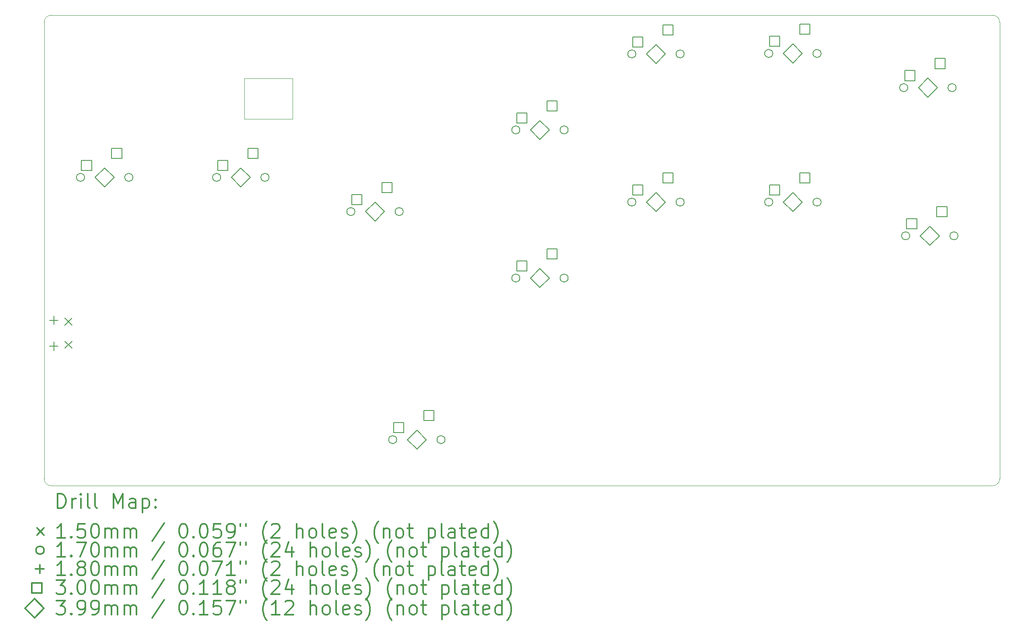
<source format=gbr>
%FSLAX45Y45*%
G04 Gerber Fmt 4.5, Leading zero omitted, Abs format (unit mm)*
G04 Created by KiCad (PCBNEW (5.1.9)-1) date 2021-09-13 12:18:12*
%MOMM*%
%LPD*%
G01*
G04 APERTURE LIST*
%TA.AperFunction,Profile*%
%ADD10C,0.100000*%
%TD*%
%TA.AperFunction,Profile*%
%ADD11C,0.050000*%
%TD*%
%ADD12C,0.200000*%
%ADD13C,0.300000*%
G04 APERTURE END LIST*
D10*
X10625000Y-4629000D02*
X10625000Y-5490000D01*
X9613000Y-4629000D02*
X10625000Y-4629000D01*
X9613000Y-5490000D02*
X9613000Y-4629000D01*
X10625000Y-5490000D02*
X9613000Y-5490000D01*
D11*
X25350000Y-3300000D02*
G75*
G02*
X25500000Y-3450000I0J-150000D01*
G01*
X25500000Y-13060000D02*
G75*
G02*
X25350000Y-13210000I-150000J0D01*
G01*
X5550000Y-13210000D02*
G75*
G02*
X5400000Y-13060000I0J150000D01*
G01*
X5400000Y-3450000D02*
G75*
G02*
X5550000Y-3300000I150000J0D01*
G01*
X5400000Y-13060000D02*
X5400000Y-3450000D01*
X25350000Y-13210000D02*
X5550000Y-13210000D01*
X25500000Y-3450000D02*
X25500000Y-13060000D01*
X5550000Y-3300000D02*
X25350000Y-3300000D01*
D12*
X5832000Y-9679500D02*
X5982000Y-9829500D01*
X5982000Y-9679500D02*
X5832000Y-9829500D01*
X5832000Y-10164500D02*
X5982000Y-10314500D01*
X5982000Y-10164500D02*
X5832000Y-10314500D01*
X6249090Y-6716000D02*
G75*
G03*
X6249090Y-6716000I-85090J0D01*
G01*
X7265090Y-6716000D02*
G75*
G03*
X7265090Y-6716000I-85090J0D01*
G01*
X9112590Y-6716000D02*
G75*
G03*
X9112590Y-6716000I-85090J0D01*
G01*
X10128590Y-6716000D02*
G75*
G03*
X10128590Y-6716000I-85090J0D01*
G01*
X11936090Y-7436000D02*
G75*
G03*
X11936090Y-7436000I-85090J0D01*
G01*
X12816090Y-12239000D02*
G75*
G03*
X12816090Y-12239000I-85090J0D01*
G01*
X12952090Y-7436000D02*
G75*
G03*
X12952090Y-7436000I-85090J0D01*
G01*
X13832090Y-12239000D02*
G75*
G03*
X13832090Y-12239000I-85090J0D01*
G01*
X15405590Y-5716000D02*
G75*
G03*
X15405590Y-5716000I-85090J0D01*
G01*
X15405590Y-8836000D02*
G75*
G03*
X15405590Y-8836000I-85090J0D01*
G01*
X16421590Y-5716000D02*
G75*
G03*
X16421590Y-5716000I-85090J0D01*
G01*
X16421590Y-8836000D02*
G75*
G03*
X16421590Y-8836000I-85090J0D01*
G01*
X17845590Y-4116000D02*
G75*
G03*
X17845590Y-4116000I-85090J0D01*
G01*
X17845590Y-7236000D02*
G75*
G03*
X17845590Y-7236000I-85090J0D01*
G01*
X18861590Y-4116000D02*
G75*
G03*
X18861590Y-4116000I-85090J0D01*
G01*
X18861590Y-7236000D02*
G75*
G03*
X18861590Y-7236000I-85090J0D01*
G01*
X20725590Y-4106000D02*
G75*
G03*
X20725590Y-4106000I-85090J0D01*
G01*
X20725590Y-7236000D02*
G75*
G03*
X20725590Y-7236000I-85090J0D01*
G01*
X21741590Y-4106000D02*
G75*
G03*
X21741590Y-4106000I-85090J0D01*
G01*
X21741590Y-7236000D02*
G75*
G03*
X21741590Y-7236000I-85090J0D01*
G01*
X23565590Y-4826000D02*
G75*
G03*
X23565590Y-4826000I-85090J0D01*
G01*
X23605590Y-7946000D02*
G75*
G03*
X23605590Y-7946000I-85090J0D01*
G01*
X24581590Y-4826000D02*
G75*
G03*
X24581590Y-4826000I-85090J0D01*
G01*
X24621590Y-7946000D02*
G75*
G03*
X24621590Y-7946000I-85090J0D01*
G01*
X5604000Y-9634500D02*
X5604000Y-9814500D01*
X5514000Y-9724500D02*
X5694000Y-9724500D01*
X5604000Y-10179500D02*
X5604000Y-10359500D01*
X5514000Y-10269500D02*
X5694000Y-10269500D01*
X6397067Y-6568067D02*
X6397067Y-6355933D01*
X6184933Y-6355933D01*
X6184933Y-6568067D01*
X6397067Y-6568067D01*
X7032067Y-6314067D02*
X7032067Y-6101933D01*
X6819933Y-6101933D01*
X6819933Y-6314067D01*
X7032067Y-6314067D01*
X9260567Y-6568067D02*
X9260567Y-6355933D01*
X9048433Y-6355933D01*
X9048433Y-6568067D01*
X9260567Y-6568067D01*
X9895567Y-6314067D02*
X9895567Y-6101933D01*
X9683433Y-6101933D01*
X9683433Y-6314067D01*
X9895567Y-6314067D01*
X12084067Y-7288067D02*
X12084067Y-7075933D01*
X11871933Y-7075933D01*
X11871933Y-7288067D01*
X12084067Y-7288067D01*
X12719067Y-7034067D02*
X12719067Y-6821933D01*
X12506933Y-6821933D01*
X12506933Y-7034067D01*
X12719067Y-7034067D01*
X12964067Y-12091067D02*
X12964067Y-11878933D01*
X12751933Y-11878933D01*
X12751933Y-12091067D01*
X12964067Y-12091067D01*
X13599067Y-11837067D02*
X13599067Y-11624933D01*
X13386933Y-11624933D01*
X13386933Y-11837067D01*
X13599067Y-11837067D01*
X15553567Y-5568067D02*
X15553567Y-5355933D01*
X15341433Y-5355933D01*
X15341433Y-5568067D01*
X15553567Y-5568067D01*
X15553567Y-8688067D02*
X15553567Y-8475933D01*
X15341433Y-8475933D01*
X15341433Y-8688067D01*
X15553567Y-8688067D01*
X16188567Y-5314067D02*
X16188567Y-5101933D01*
X15976433Y-5101933D01*
X15976433Y-5314067D01*
X16188567Y-5314067D01*
X16188567Y-8434067D02*
X16188567Y-8221933D01*
X15976433Y-8221933D01*
X15976433Y-8434067D01*
X16188567Y-8434067D01*
X17993567Y-3968067D02*
X17993567Y-3755933D01*
X17781433Y-3755933D01*
X17781433Y-3968067D01*
X17993567Y-3968067D01*
X17993567Y-7088067D02*
X17993567Y-6875933D01*
X17781433Y-6875933D01*
X17781433Y-7088067D01*
X17993567Y-7088067D01*
X18628567Y-3714067D02*
X18628567Y-3501933D01*
X18416433Y-3501933D01*
X18416433Y-3714067D01*
X18628567Y-3714067D01*
X18628567Y-6834067D02*
X18628567Y-6621933D01*
X18416433Y-6621933D01*
X18416433Y-6834067D01*
X18628567Y-6834067D01*
X20873567Y-3958067D02*
X20873567Y-3745933D01*
X20661433Y-3745933D01*
X20661433Y-3958067D01*
X20873567Y-3958067D01*
X20873567Y-7088067D02*
X20873567Y-6875933D01*
X20661433Y-6875933D01*
X20661433Y-7088067D01*
X20873567Y-7088067D01*
X21508567Y-3704067D02*
X21508567Y-3491933D01*
X21296433Y-3491933D01*
X21296433Y-3704067D01*
X21508567Y-3704067D01*
X21508567Y-6834067D02*
X21508567Y-6621933D01*
X21296433Y-6621933D01*
X21296433Y-6834067D01*
X21508567Y-6834067D01*
X23713567Y-4678067D02*
X23713567Y-4465933D01*
X23501433Y-4465933D01*
X23501433Y-4678067D01*
X23713567Y-4678067D01*
X23753567Y-7798067D02*
X23753567Y-7585933D01*
X23541433Y-7585933D01*
X23541433Y-7798067D01*
X23753567Y-7798067D01*
X24348567Y-4424067D02*
X24348567Y-4211933D01*
X24136433Y-4211933D01*
X24136433Y-4424067D01*
X24348567Y-4424067D01*
X24388567Y-7544067D02*
X24388567Y-7331933D01*
X24176433Y-7331933D01*
X24176433Y-7544067D01*
X24388567Y-7544067D01*
X6672000Y-6915390D02*
X6871390Y-6716000D01*
X6672000Y-6516610D01*
X6472610Y-6716000D01*
X6672000Y-6915390D01*
X9535500Y-6915390D02*
X9734890Y-6716000D01*
X9535500Y-6516610D01*
X9336110Y-6716000D01*
X9535500Y-6915390D01*
X12359000Y-7635390D02*
X12558390Y-7436000D01*
X12359000Y-7236610D01*
X12159610Y-7436000D01*
X12359000Y-7635390D01*
X13239000Y-12438390D02*
X13438390Y-12239000D01*
X13239000Y-12039610D01*
X13039610Y-12239000D01*
X13239000Y-12438390D01*
X15828500Y-5915390D02*
X16027890Y-5716000D01*
X15828500Y-5516610D01*
X15629110Y-5716000D01*
X15828500Y-5915390D01*
X15828500Y-9035390D02*
X16027890Y-8836000D01*
X15828500Y-8636610D01*
X15629110Y-8836000D01*
X15828500Y-9035390D01*
X18268500Y-4315390D02*
X18467890Y-4116000D01*
X18268500Y-3916610D01*
X18069110Y-4116000D01*
X18268500Y-4315390D01*
X18268500Y-7435390D02*
X18467890Y-7236000D01*
X18268500Y-7036610D01*
X18069110Y-7236000D01*
X18268500Y-7435390D01*
X21148500Y-4305390D02*
X21347890Y-4106000D01*
X21148500Y-3906610D01*
X20949110Y-4106000D01*
X21148500Y-4305390D01*
X21148500Y-7435390D02*
X21347890Y-7236000D01*
X21148500Y-7036610D01*
X20949110Y-7236000D01*
X21148500Y-7435390D01*
X23988500Y-5025390D02*
X24187890Y-4826000D01*
X23988500Y-4626610D01*
X23789110Y-4826000D01*
X23988500Y-5025390D01*
X24028500Y-8145390D02*
X24227890Y-7946000D01*
X24028500Y-7746610D01*
X23829110Y-7946000D01*
X24028500Y-8145390D01*
D13*
X5683928Y-13678214D02*
X5683928Y-13378214D01*
X5755357Y-13378214D01*
X5798214Y-13392500D01*
X5826786Y-13421071D01*
X5841071Y-13449643D01*
X5855357Y-13506786D01*
X5855357Y-13549643D01*
X5841071Y-13606786D01*
X5826786Y-13635357D01*
X5798214Y-13663929D01*
X5755357Y-13678214D01*
X5683928Y-13678214D01*
X5983928Y-13678214D02*
X5983928Y-13478214D01*
X5983928Y-13535357D02*
X5998214Y-13506786D01*
X6012500Y-13492500D01*
X6041071Y-13478214D01*
X6069643Y-13478214D01*
X6169643Y-13678214D02*
X6169643Y-13478214D01*
X6169643Y-13378214D02*
X6155357Y-13392500D01*
X6169643Y-13406786D01*
X6183928Y-13392500D01*
X6169643Y-13378214D01*
X6169643Y-13406786D01*
X6355357Y-13678214D02*
X6326786Y-13663929D01*
X6312500Y-13635357D01*
X6312500Y-13378214D01*
X6512500Y-13678214D02*
X6483928Y-13663929D01*
X6469643Y-13635357D01*
X6469643Y-13378214D01*
X6855357Y-13678214D02*
X6855357Y-13378214D01*
X6955357Y-13592500D01*
X7055357Y-13378214D01*
X7055357Y-13678214D01*
X7326786Y-13678214D02*
X7326786Y-13521071D01*
X7312500Y-13492500D01*
X7283928Y-13478214D01*
X7226786Y-13478214D01*
X7198214Y-13492500D01*
X7326786Y-13663929D02*
X7298214Y-13678214D01*
X7226786Y-13678214D01*
X7198214Y-13663929D01*
X7183928Y-13635357D01*
X7183928Y-13606786D01*
X7198214Y-13578214D01*
X7226786Y-13563929D01*
X7298214Y-13563929D01*
X7326786Y-13549643D01*
X7469643Y-13478214D02*
X7469643Y-13778214D01*
X7469643Y-13492500D02*
X7498214Y-13478214D01*
X7555357Y-13478214D01*
X7583928Y-13492500D01*
X7598214Y-13506786D01*
X7612500Y-13535357D01*
X7612500Y-13621071D01*
X7598214Y-13649643D01*
X7583928Y-13663929D01*
X7555357Y-13678214D01*
X7498214Y-13678214D01*
X7469643Y-13663929D01*
X7741071Y-13649643D02*
X7755357Y-13663929D01*
X7741071Y-13678214D01*
X7726786Y-13663929D01*
X7741071Y-13649643D01*
X7741071Y-13678214D01*
X7741071Y-13492500D02*
X7755357Y-13506786D01*
X7741071Y-13521071D01*
X7726786Y-13506786D01*
X7741071Y-13492500D01*
X7741071Y-13521071D01*
X5247500Y-14097500D02*
X5397500Y-14247500D01*
X5397500Y-14097500D02*
X5247500Y-14247500D01*
X5841071Y-14308214D02*
X5669643Y-14308214D01*
X5755357Y-14308214D02*
X5755357Y-14008214D01*
X5726786Y-14051071D01*
X5698214Y-14079643D01*
X5669643Y-14093929D01*
X5969643Y-14279643D02*
X5983928Y-14293929D01*
X5969643Y-14308214D01*
X5955357Y-14293929D01*
X5969643Y-14279643D01*
X5969643Y-14308214D01*
X6255357Y-14008214D02*
X6112500Y-14008214D01*
X6098214Y-14151071D01*
X6112500Y-14136786D01*
X6141071Y-14122500D01*
X6212500Y-14122500D01*
X6241071Y-14136786D01*
X6255357Y-14151071D01*
X6269643Y-14179643D01*
X6269643Y-14251071D01*
X6255357Y-14279643D01*
X6241071Y-14293929D01*
X6212500Y-14308214D01*
X6141071Y-14308214D01*
X6112500Y-14293929D01*
X6098214Y-14279643D01*
X6455357Y-14008214D02*
X6483928Y-14008214D01*
X6512500Y-14022500D01*
X6526786Y-14036786D01*
X6541071Y-14065357D01*
X6555357Y-14122500D01*
X6555357Y-14193929D01*
X6541071Y-14251071D01*
X6526786Y-14279643D01*
X6512500Y-14293929D01*
X6483928Y-14308214D01*
X6455357Y-14308214D01*
X6426786Y-14293929D01*
X6412500Y-14279643D01*
X6398214Y-14251071D01*
X6383928Y-14193929D01*
X6383928Y-14122500D01*
X6398214Y-14065357D01*
X6412500Y-14036786D01*
X6426786Y-14022500D01*
X6455357Y-14008214D01*
X6683928Y-14308214D02*
X6683928Y-14108214D01*
X6683928Y-14136786D02*
X6698214Y-14122500D01*
X6726786Y-14108214D01*
X6769643Y-14108214D01*
X6798214Y-14122500D01*
X6812500Y-14151071D01*
X6812500Y-14308214D01*
X6812500Y-14151071D02*
X6826786Y-14122500D01*
X6855357Y-14108214D01*
X6898214Y-14108214D01*
X6926786Y-14122500D01*
X6941071Y-14151071D01*
X6941071Y-14308214D01*
X7083928Y-14308214D02*
X7083928Y-14108214D01*
X7083928Y-14136786D02*
X7098214Y-14122500D01*
X7126786Y-14108214D01*
X7169643Y-14108214D01*
X7198214Y-14122500D01*
X7212500Y-14151071D01*
X7212500Y-14308214D01*
X7212500Y-14151071D02*
X7226786Y-14122500D01*
X7255357Y-14108214D01*
X7298214Y-14108214D01*
X7326786Y-14122500D01*
X7341071Y-14151071D01*
X7341071Y-14308214D01*
X7926786Y-13993929D02*
X7669643Y-14379643D01*
X8312500Y-14008214D02*
X8341071Y-14008214D01*
X8369643Y-14022500D01*
X8383928Y-14036786D01*
X8398214Y-14065357D01*
X8412500Y-14122500D01*
X8412500Y-14193929D01*
X8398214Y-14251071D01*
X8383928Y-14279643D01*
X8369643Y-14293929D01*
X8341071Y-14308214D01*
X8312500Y-14308214D01*
X8283928Y-14293929D01*
X8269643Y-14279643D01*
X8255357Y-14251071D01*
X8241071Y-14193929D01*
X8241071Y-14122500D01*
X8255357Y-14065357D01*
X8269643Y-14036786D01*
X8283928Y-14022500D01*
X8312500Y-14008214D01*
X8541071Y-14279643D02*
X8555357Y-14293929D01*
X8541071Y-14308214D01*
X8526786Y-14293929D01*
X8541071Y-14279643D01*
X8541071Y-14308214D01*
X8741071Y-14008214D02*
X8769643Y-14008214D01*
X8798214Y-14022500D01*
X8812500Y-14036786D01*
X8826786Y-14065357D01*
X8841071Y-14122500D01*
X8841071Y-14193929D01*
X8826786Y-14251071D01*
X8812500Y-14279643D01*
X8798214Y-14293929D01*
X8769643Y-14308214D01*
X8741071Y-14308214D01*
X8712500Y-14293929D01*
X8698214Y-14279643D01*
X8683928Y-14251071D01*
X8669643Y-14193929D01*
X8669643Y-14122500D01*
X8683928Y-14065357D01*
X8698214Y-14036786D01*
X8712500Y-14022500D01*
X8741071Y-14008214D01*
X9112500Y-14008214D02*
X8969643Y-14008214D01*
X8955357Y-14151071D01*
X8969643Y-14136786D01*
X8998214Y-14122500D01*
X9069643Y-14122500D01*
X9098214Y-14136786D01*
X9112500Y-14151071D01*
X9126786Y-14179643D01*
X9126786Y-14251071D01*
X9112500Y-14279643D01*
X9098214Y-14293929D01*
X9069643Y-14308214D01*
X8998214Y-14308214D01*
X8969643Y-14293929D01*
X8955357Y-14279643D01*
X9269643Y-14308214D02*
X9326786Y-14308214D01*
X9355357Y-14293929D01*
X9369643Y-14279643D01*
X9398214Y-14236786D01*
X9412500Y-14179643D01*
X9412500Y-14065357D01*
X9398214Y-14036786D01*
X9383928Y-14022500D01*
X9355357Y-14008214D01*
X9298214Y-14008214D01*
X9269643Y-14022500D01*
X9255357Y-14036786D01*
X9241071Y-14065357D01*
X9241071Y-14136786D01*
X9255357Y-14165357D01*
X9269643Y-14179643D01*
X9298214Y-14193929D01*
X9355357Y-14193929D01*
X9383928Y-14179643D01*
X9398214Y-14165357D01*
X9412500Y-14136786D01*
X9526786Y-14008214D02*
X9526786Y-14065357D01*
X9641071Y-14008214D02*
X9641071Y-14065357D01*
X10083928Y-14422500D02*
X10069643Y-14408214D01*
X10041071Y-14365357D01*
X10026786Y-14336786D01*
X10012500Y-14293929D01*
X9998214Y-14222500D01*
X9998214Y-14165357D01*
X10012500Y-14093929D01*
X10026786Y-14051071D01*
X10041071Y-14022500D01*
X10069643Y-13979643D01*
X10083928Y-13965357D01*
X10183928Y-14036786D02*
X10198214Y-14022500D01*
X10226786Y-14008214D01*
X10298214Y-14008214D01*
X10326786Y-14022500D01*
X10341071Y-14036786D01*
X10355357Y-14065357D01*
X10355357Y-14093929D01*
X10341071Y-14136786D01*
X10169643Y-14308214D01*
X10355357Y-14308214D01*
X10712500Y-14308214D02*
X10712500Y-14008214D01*
X10841071Y-14308214D02*
X10841071Y-14151071D01*
X10826786Y-14122500D01*
X10798214Y-14108214D01*
X10755357Y-14108214D01*
X10726786Y-14122500D01*
X10712500Y-14136786D01*
X11026786Y-14308214D02*
X10998214Y-14293929D01*
X10983928Y-14279643D01*
X10969643Y-14251071D01*
X10969643Y-14165357D01*
X10983928Y-14136786D01*
X10998214Y-14122500D01*
X11026786Y-14108214D01*
X11069643Y-14108214D01*
X11098214Y-14122500D01*
X11112500Y-14136786D01*
X11126786Y-14165357D01*
X11126786Y-14251071D01*
X11112500Y-14279643D01*
X11098214Y-14293929D01*
X11069643Y-14308214D01*
X11026786Y-14308214D01*
X11298214Y-14308214D02*
X11269643Y-14293929D01*
X11255357Y-14265357D01*
X11255357Y-14008214D01*
X11526786Y-14293929D02*
X11498214Y-14308214D01*
X11441071Y-14308214D01*
X11412500Y-14293929D01*
X11398214Y-14265357D01*
X11398214Y-14151071D01*
X11412500Y-14122500D01*
X11441071Y-14108214D01*
X11498214Y-14108214D01*
X11526786Y-14122500D01*
X11541071Y-14151071D01*
X11541071Y-14179643D01*
X11398214Y-14208214D01*
X11655357Y-14293929D02*
X11683928Y-14308214D01*
X11741071Y-14308214D01*
X11769643Y-14293929D01*
X11783928Y-14265357D01*
X11783928Y-14251071D01*
X11769643Y-14222500D01*
X11741071Y-14208214D01*
X11698214Y-14208214D01*
X11669643Y-14193929D01*
X11655357Y-14165357D01*
X11655357Y-14151071D01*
X11669643Y-14122500D01*
X11698214Y-14108214D01*
X11741071Y-14108214D01*
X11769643Y-14122500D01*
X11883928Y-14422500D02*
X11898214Y-14408214D01*
X11926786Y-14365357D01*
X11941071Y-14336786D01*
X11955357Y-14293929D01*
X11969643Y-14222500D01*
X11969643Y-14165357D01*
X11955357Y-14093929D01*
X11941071Y-14051071D01*
X11926786Y-14022500D01*
X11898214Y-13979643D01*
X11883928Y-13965357D01*
X12426786Y-14422500D02*
X12412500Y-14408214D01*
X12383928Y-14365357D01*
X12369643Y-14336786D01*
X12355357Y-14293929D01*
X12341071Y-14222500D01*
X12341071Y-14165357D01*
X12355357Y-14093929D01*
X12369643Y-14051071D01*
X12383928Y-14022500D01*
X12412500Y-13979643D01*
X12426786Y-13965357D01*
X12541071Y-14108214D02*
X12541071Y-14308214D01*
X12541071Y-14136786D02*
X12555357Y-14122500D01*
X12583928Y-14108214D01*
X12626786Y-14108214D01*
X12655357Y-14122500D01*
X12669643Y-14151071D01*
X12669643Y-14308214D01*
X12855357Y-14308214D02*
X12826786Y-14293929D01*
X12812500Y-14279643D01*
X12798214Y-14251071D01*
X12798214Y-14165357D01*
X12812500Y-14136786D01*
X12826786Y-14122500D01*
X12855357Y-14108214D01*
X12898214Y-14108214D01*
X12926786Y-14122500D01*
X12941071Y-14136786D01*
X12955357Y-14165357D01*
X12955357Y-14251071D01*
X12941071Y-14279643D01*
X12926786Y-14293929D01*
X12898214Y-14308214D01*
X12855357Y-14308214D01*
X13041071Y-14108214D02*
X13155357Y-14108214D01*
X13083928Y-14008214D02*
X13083928Y-14265357D01*
X13098214Y-14293929D01*
X13126786Y-14308214D01*
X13155357Y-14308214D01*
X13483928Y-14108214D02*
X13483928Y-14408214D01*
X13483928Y-14122500D02*
X13512500Y-14108214D01*
X13569643Y-14108214D01*
X13598214Y-14122500D01*
X13612500Y-14136786D01*
X13626786Y-14165357D01*
X13626786Y-14251071D01*
X13612500Y-14279643D01*
X13598214Y-14293929D01*
X13569643Y-14308214D01*
X13512500Y-14308214D01*
X13483928Y-14293929D01*
X13798214Y-14308214D02*
X13769643Y-14293929D01*
X13755357Y-14265357D01*
X13755357Y-14008214D01*
X14041071Y-14308214D02*
X14041071Y-14151071D01*
X14026786Y-14122500D01*
X13998214Y-14108214D01*
X13941071Y-14108214D01*
X13912500Y-14122500D01*
X14041071Y-14293929D02*
X14012500Y-14308214D01*
X13941071Y-14308214D01*
X13912500Y-14293929D01*
X13898214Y-14265357D01*
X13898214Y-14236786D01*
X13912500Y-14208214D01*
X13941071Y-14193929D01*
X14012500Y-14193929D01*
X14041071Y-14179643D01*
X14141071Y-14108214D02*
X14255357Y-14108214D01*
X14183928Y-14008214D02*
X14183928Y-14265357D01*
X14198214Y-14293929D01*
X14226786Y-14308214D01*
X14255357Y-14308214D01*
X14469643Y-14293929D02*
X14441071Y-14308214D01*
X14383928Y-14308214D01*
X14355357Y-14293929D01*
X14341071Y-14265357D01*
X14341071Y-14151071D01*
X14355357Y-14122500D01*
X14383928Y-14108214D01*
X14441071Y-14108214D01*
X14469643Y-14122500D01*
X14483928Y-14151071D01*
X14483928Y-14179643D01*
X14341071Y-14208214D01*
X14741071Y-14308214D02*
X14741071Y-14008214D01*
X14741071Y-14293929D02*
X14712500Y-14308214D01*
X14655357Y-14308214D01*
X14626786Y-14293929D01*
X14612500Y-14279643D01*
X14598214Y-14251071D01*
X14598214Y-14165357D01*
X14612500Y-14136786D01*
X14626786Y-14122500D01*
X14655357Y-14108214D01*
X14712500Y-14108214D01*
X14741071Y-14122500D01*
X14855357Y-14422500D02*
X14869643Y-14408214D01*
X14898214Y-14365357D01*
X14912500Y-14336786D01*
X14926786Y-14293929D01*
X14941071Y-14222500D01*
X14941071Y-14165357D01*
X14926786Y-14093929D01*
X14912500Y-14051071D01*
X14898214Y-14022500D01*
X14869643Y-13979643D01*
X14855357Y-13965357D01*
X5397500Y-14568500D02*
G75*
G03*
X5397500Y-14568500I-85090J0D01*
G01*
X5841071Y-14704214D02*
X5669643Y-14704214D01*
X5755357Y-14704214D02*
X5755357Y-14404214D01*
X5726786Y-14447071D01*
X5698214Y-14475643D01*
X5669643Y-14489929D01*
X5969643Y-14675643D02*
X5983928Y-14689929D01*
X5969643Y-14704214D01*
X5955357Y-14689929D01*
X5969643Y-14675643D01*
X5969643Y-14704214D01*
X6083928Y-14404214D02*
X6283928Y-14404214D01*
X6155357Y-14704214D01*
X6455357Y-14404214D02*
X6483928Y-14404214D01*
X6512500Y-14418500D01*
X6526786Y-14432786D01*
X6541071Y-14461357D01*
X6555357Y-14518500D01*
X6555357Y-14589929D01*
X6541071Y-14647071D01*
X6526786Y-14675643D01*
X6512500Y-14689929D01*
X6483928Y-14704214D01*
X6455357Y-14704214D01*
X6426786Y-14689929D01*
X6412500Y-14675643D01*
X6398214Y-14647071D01*
X6383928Y-14589929D01*
X6383928Y-14518500D01*
X6398214Y-14461357D01*
X6412500Y-14432786D01*
X6426786Y-14418500D01*
X6455357Y-14404214D01*
X6683928Y-14704214D02*
X6683928Y-14504214D01*
X6683928Y-14532786D02*
X6698214Y-14518500D01*
X6726786Y-14504214D01*
X6769643Y-14504214D01*
X6798214Y-14518500D01*
X6812500Y-14547071D01*
X6812500Y-14704214D01*
X6812500Y-14547071D02*
X6826786Y-14518500D01*
X6855357Y-14504214D01*
X6898214Y-14504214D01*
X6926786Y-14518500D01*
X6941071Y-14547071D01*
X6941071Y-14704214D01*
X7083928Y-14704214D02*
X7083928Y-14504214D01*
X7083928Y-14532786D02*
X7098214Y-14518500D01*
X7126786Y-14504214D01*
X7169643Y-14504214D01*
X7198214Y-14518500D01*
X7212500Y-14547071D01*
X7212500Y-14704214D01*
X7212500Y-14547071D02*
X7226786Y-14518500D01*
X7255357Y-14504214D01*
X7298214Y-14504214D01*
X7326786Y-14518500D01*
X7341071Y-14547071D01*
X7341071Y-14704214D01*
X7926786Y-14389929D02*
X7669643Y-14775643D01*
X8312500Y-14404214D02*
X8341071Y-14404214D01*
X8369643Y-14418500D01*
X8383928Y-14432786D01*
X8398214Y-14461357D01*
X8412500Y-14518500D01*
X8412500Y-14589929D01*
X8398214Y-14647071D01*
X8383928Y-14675643D01*
X8369643Y-14689929D01*
X8341071Y-14704214D01*
X8312500Y-14704214D01*
X8283928Y-14689929D01*
X8269643Y-14675643D01*
X8255357Y-14647071D01*
X8241071Y-14589929D01*
X8241071Y-14518500D01*
X8255357Y-14461357D01*
X8269643Y-14432786D01*
X8283928Y-14418500D01*
X8312500Y-14404214D01*
X8541071Y-14675643D02*
X8555357Y-14689929D01*
X8541071Y-14704214D01*
X8526786Y-14689929D01*
X8541071Y-14675643D01*
X8541071Y-14704214D01*
X8741071Y-14404214D02*
X8769643Y-14404214D01*
X8798214Y-14418500D01*
X8812500Y-14432786D01*
X8826786Y-14461357D01*
X8841071Y-14518500D01*
X8841071Y-14589929D01*
X8826786Y-14647071D01*
X8812500Y-14675643D01*
X8798214Y-14689929D01*
X8769643Y-14704214D01*
X8741071Y-14704214D01*
X8712500Y-14689929D01*
X8698214Y-14675643D01*
X8683928Y-14647071D01*
X8669643Y-14589929D01*
X8669643Y-14518500D01*
X8683928Y-14461357D01*
X8698214Y-14432786D01*
X8712500Y-14418500D01*
X8741071Y-14404214D01*
X9098214Y-14404214D02*
X9041071Y-14404214D01*
X9012500Y-14418500D01*
X8998214Y-14432786D01*
X8969643Y-14475643D01*
X8955357Y-14532786D01*
X8955357Y-14647071D01*
X8969643Y-14675643D01*
X8983928Y-14689929D01*
X9012500Y-14704214D01*
X9069643Y-14704214D01*
X9098214Y-14689929D01*
X9112500Y-14675643D01*
X9126786Y-14647071D01*
X9126786Y-14575643D01*
X9112500Y-14547071D01*
X9098214Y-14532786D01*
X9069643Y-14518500D01*
X9012500Y-14518500D01*
X8983928Y-14532786D01*
X8969643Y-14547071D01*
X8955357Y-14575643D01*
X9226786Y-14404214D02*
X9426786Y-14404214D01*
X9298214Y-14704214D01*
X9526786Y-14404214D02*
X9526786Y-14461357D01*
X9641071Y-14404214D02*
X9641071Y-14461357D01*
X10083928Y-14818500D02*
X10069643Y-14804214D01*
X10041071Y-14761357D01*
X10026786Y-14732786D01*
X10012500Y-14689929D01*
X9998214Y-14618500D01*
X9998214Y-14561357D01*
X10012500Y-14489929D01*
X10026786Y-14447071D01*
X10041071Y-14418500D01*
X10069643Y-14375643D01*
X10083928Y-14361357D01*
X10183928Y-14432786D02*
X10198214Y-14418500D01*
X10226786Y-14404214D01*
X10298214Y-14404214D01*
X10326786Y-14418500D01*
X10341071Y-14432786D01*
X10355357Y-14461357D01*
X10355357Y-14489929D01*
X10341071Y-14532786D01*
X10169643Y-14704214D01*
X10355357Y-14704214D01*
X10612500Y-14504214D02*
X10612500Y-14704214D01*
X10541071Y-14389929D02*
X10469643Y-14604214D01*
X10655357Y-14604214D01*
X10998214Y-14704214D02*
X10998214Y-14404214D01*
X11126786Y-14704214D02*
X11126786Y-14547071D01*
X11112500Y-14518500D01*
X11083928Y-14504214D01*
X11041071Y-14504214D01*
X11012500Y-14518500D01*
X10998214Y-14532786D01*
X11312500Y-14704214D02*
X11283928Y-14689929D01*
X11269643Y-14675643D01*
X11255357Y-14647071D01*
X11255357Y-14561357D01*
X11269643Y-14532786D01*
X11283928Y-14518500D01*
X11312500Y-14504214D01*
X11355357Y-14504214D01*
X11383928Y-14518500D01*
X11398214Y-14532786D01*
X11412500Y-14561357D01*
X11412500Y-14647071D01*
X11398214Y-14675643D01*
X11383928Y-14689929D01*
X11355357Y-14704214D01*
X11312500Y-14704214D01*
X11583928Y-14704214D02*
X11555357Y-14689929D01*
X11541071Y-14661357D01*
X11541071Y-14404214D01*
X11812500Y-14689929D02*
X11783928Y-14704214D01*
X11726786Y-14704214D01*
X11698214Y-14689929D01*
X11683928Y-14661357D01*
X11683928Y-14547071D01*
X11698214Y-14518500D01*
X11726786Y-14504214D01*
X11783928Y-14504214D01*
X11812500Y-14518500D01*
X11826786Y-14547071D01*
X11826786Y-14575643D01*
X11683928Y-14604214D01*
X11941071Y-14689929D02*
X11969643Y-14704214D01*
X12026786Y-14704214D01*
X12055357Y-14689929D01*
X12069643Y-14661357D01*
X12069643Y-14647071D01*
X12055357Y-14618500D01*
X12026786Y-14604214D01*
X11983928Y-14604214D01*
X11955357Y-14589929D01*
X11941071Y-14561357D01*
X11941071Y-14547071D01*
X11955357Y-14518500D01*
X11983928Y-14504214D01*
X12026786Y-14504214D01*
X12055357Y-14518500D01*
X12169643Y-14818500D02*
X12183928Y-14804214D01*
X12212500Y-14761357D01*
X12226786Y-14732786D01*
X12241071Y-14689929D01*
X12255357Y-14618500D01*
X12255357Y-14561357D01*
X12241071Y-14489929D01*
X12226786Y-14447071D01*
X12212500Y-14418500D01*
X12183928Y-14375643D01*
X12169643Y-14361357D01*
X12712500Y-14818500D02*
X12698214Y-14804214D01*
X12669643Y-14761357D01*
X12655357Y-14732786D01*
X12641071Y-14689929D01*
X12626786Y-14618500D01*
X12626786Y-14561357D01*
X12641071Y-14489929D01*
X12655357Y-14447071D01*
X12669643Y-14418500D01*
X12698214Y-14375643D01*
X12712500Y-14361357D01*
X12826786Y-14504214D02*
X12826786Y-14704214D01*
X12826786Y-14532786D02*
X12841071Y-14518500D01*
X12869643Y-14504214D01*
X12912500Y-14504214D01*
X12941071Y-14518500D01*
X12955357Y-14547071D01*
X12955357Y-14704214D01*
X13141071Y-14704214D02*
X13112500Y-14689929D01*
X13098214Y-14675643D01*
X13083928Y-14647071D01*
X13083928Y-14561357D01*
X13098214Y-14532786D01*
X13112500Y-14518500D01*
X13141071Y-14504214D01*
X13183928Y-14504214D01*
X13212500Y-14518500D01*
X13226786Y-14532786D01*
X13241071Y-14561357D01*
X13241071Y-14647071D01*
X13226786Y-14675643D01*
X13212500Y-14689929D01*
X13183928Y-14704214D01*
X13141071Y-14704214D01*
X13326786Y-14504214D02*
X13441071Y-14504214D01*
X13369643Y-14404214D02*
X13369643Y-14661357D01*
X13383928Y-14689929D01*
X13412500Y-14704214D01*
X13441071Y-14704214D01*
X13769643Y-14504214D02*
X13769643Y-14804214D01*
X13769643Y-14518500D02*
X13798214Y-14504214D01*
X13855357Y-14504214D01*
X13883928Y-14518500D01*
X13898214Y-14532786D01*
X13912500Y-14561357D01*
X13912500Y-14647071D01*
X13898214Y-14675643D01*
X13883928Y-14689929D01*
X13855357Y-14704214D01*
X13798214Y-14704214D01*
X13769643Y-14689929D01*
X14083928Y-14704214D02*
X14055357Y-14689929D01*
X14041071Y-14661357D01*
X14041071Y-14404214D01*
X14326786Y-14704214D02*
X14326786Y-14547071D01*
X14312500Y-14518500D01*
X14283928Y-14504214D01*
X14226786Y-14504214D01*
X14198214Y-14518500D01*
X14326786Y-14689929D02*
X14298214Y-14704214D01*
X14226786Y-14704214D01*
X14198214Y-14689929D01*
X14183928Y-14661357D01*
X14183928Y-14632786D01*
X14198214Y-14604214D01*
X14226786Y-14589929D01*
X14298214Y-14589929D01*
X14326786Y-14575643D01*
X14426786Y-14504214D02*
X14541071Y-14504214D01*
X14469643Y-14404214D02*
X14469643Y-14661357D01*
X14483928Y-14689929D01*
X14512500Y-14704214D01*
X14541071Y-14704214D01*
X14755357Y-14689929D02*
X14726786Y-14704214D01*
X14669643Y-14704214D01*
X14641071Y-14689929D01*
X14626786Y-14661357D01*
X14626786Y-14547071D01*
X14641071Y-14518500D01*
X14669643Y-14504214D01*
X14726786Y-14504214D01*
X14755357Y-14518500D01*
X14769643Y-14547071D01*
X14769643Y-14575643D01*
X14626786Y-14604214D01*
X15026786Y-14704214D02*
X15026786Y-14404214D01*
X15026786Y-14689929D02*
X14998214Y-14704214D01*
X14941071Y-14704214D01*
X14912500Y-14689929D01*
X14898214Y-14675643D01*
X14883928Y-14647071D01*
X14883928Y-14561357D01*
X14898214Y-14532786D01*
X14912500Y-14518500D01*
X14941071Y-14504214D01*
X14998214Y-14504214D01*
X15026786Y-14518500D01*
X15141071Y-14818500D02*
X15155357Y-14804214D01*
X15183928Y-14761357D01*
X15198214Y-14732786D01*
X15212500Y-14689929D01*
X15226786Y-14618500D01*
X15226786Y-14561357D01*
X15212500Y-14489929D01*
X15198214Y-14447071D01*
X15183928Y-14418500D01*
X15155357Y-14375643D01*
X15141071Y-14361357D01*
X5307500Y-14874500D02*
X5307500Y-15054500D01*
X5217500Y-14964500D02*
X5397500Y-14964500D01*
X5841071Y-15100214D02*
X5669643Y-15100214D01*
X5755357Y-15100214D02*
X5755357Y-14800214D01*
X5726786Y-14843071D01*
X5698214Y-14871643D01*
X5669643Y-14885929D01*
X5969643Y-15071643D02*
X5983928Y-15085929D01*
X5969643Y-15100214D01*
X5955357Y-15085929D01*
X5969643Y-15071643D01*
X5969643Y-15100214D01*
X6155357Y-14928786D02*
X6126786Y-14914500D01*
X6112500Y-14900214D01*
X6098214Y-14871643D01*
X6098214Y-14857357D01*
X6112500Y-14828786D01*
X6126786Y-14814500D01*
X6155357Y-14800214D01*
X6212500Y-14800214D01*
X6241071Y-14814500D01*
X6255357Y-14828786D01*
X6269643Y-14857357D01*
X6269643Y-14871643D01*
X6255357Y-14900214D01*
X6241071Y-14914500D01*
X6212500Y-14928786D01*
X6155357Y-14928786D01*
X6126786Y-14943071D01*
X6112500Y-14957357D01*
X6098214Y-14985929D01*
X6098214Y-15043071D01*
X6112500Y-15071643D01*
X6126786Y-15085929D01*
X6155357Y-15100214D01*
X6212500Y-15100214D01*
X6241071Y-15085929D01*
X6255357Y-15071643D01*
X6269643Y-15043071D01*
X6269643Y-14985929D01*
X6255357Y-14957357D01*
X6241071Y-14943071D01*
X6212500Y-14928786D01*
X6455357Y-14800214D02*
X6483928Y-14800214D01*
X6512500Y-14814500D01*
X6526786Y-14828786D01*
X6541071Y-14857357D01*
X6555357Y-14914500D01*
X6555357Y-14985929D01*
X6541071Y-15043071D01*
X6526786Y-15071643D01*
X6512500Y-15085929D01*
X6483928Y-15100214D01*
X6455357Y-15100214D01*
X6426786Y-15085929D01*
X6412500Y-15071643D01*
X6398214Y-15043071D01*
X6383928Y-14985929D01*
X6383928Y-14914500D01*
X6398214Y-14857357D01*
X6412500Y-14828786D01*
X6426786Y-14814500D01*
X6455357Y-14800214D01*
X6683928Y-15100214D02*
X6683928Y-14900214D01*
X6683928Y-14928786D02*
X6698214Y-14914500D01*
X6726786Y-14900214D01*
X6769643Y-14900214D01*
X6798214Y-14914500D01*
X6812500Y-14943071D01*
X6812500Y-15100214D01*
X6812500Y-14943071D02*
X6826786Y-14914500D01*
X6855357Y-14900214D01*
X6898214Y-14900214D01*
X6926786Y-14914500D01*
X6941071Y-14943071D01*
X6941071Y-15100214D01*
X7083928Y-15100214D02*
X7083928Y-14900214D01*
X7083928Y-14928786D02*
X7098214Y-14914500D01*
X7126786Y-14900214D01*
X7169643Y-14900214D01*
X7198214Y-14914500D01*
X7212500Y-14943071D01*
X7212500Y-15100214D01*
X7212500Y-14943071D02*
X7226786Y-14914500D01*
X7255357Y-14900214D01*
X7298214Y-14900214D01*
X7326786Y-14914500D01*
X7341071Y-14943071D01*
X7341071Y-15100214D01*
X7926786Y-14785929D02*
X7669643Y-15171643D01*
X8312500Y-14800214D02*
X8341071Y-14800214D01*
X8369643Y-14814500D01*
X8383928Y-14828786D01*
X8398214Y-14857357D01*
X8412500Y-14914500D01*
X8412500Y-14985929D01*
X8398214Y-15043071D01*
X8383928Y-15071643D01*
X8369643Y-15085929D01*
X8341071Y-15100214D01*
X8312500Y-15100214D01*
X8283928Y-15085929D01*
X8269643Y-15071643D01*
X8255357Y-15043071D01*
X8241071Y-14985929D01*
X8241071Y-14914500D01*
X8255357Y-14857357D01*
X8269643Y-14828786D01*
X8283928Y-14814500D01*
X8312500Y-14800214D01*
X8541071Y-15071643D02*
X8555357Y-15085929D01*
X8541071Y-15100214D01*
X8526786Y-15085929D01*
X8541071Y-15071643D01*
X8541071Y-15100214D01*
X8741071Y-14800214D02*
X8769643Y-14800214D01*
X8798214Y-14814500D01*
X8812500Y-14828786D01*
X8826786Y-14857357D01*
X8841071Y-14914500D01*
X8841071Y-14985929D01*
X8826786Y-15043071D01*
X8812500Y-15071643D01*
X8798214Y-15085929D01*
X8769643Y-15100214D01*
X8741071Y-15100214D01*
X8712500Y-15085929D01*
X8698214Y-15071643D01*
X8683928Y-15043071D01*
X8669643Y-14985929D01*
X8669643Y-14914500D01*
X8683928Y-14857357D01*
X8698214Y-14828786D01*
X8712500Y-14814500D01*
X8741071Y-14800214D01*
X8941071Y-14800214D02*
X9141071Y-14800214D01*
X9012500Y-15100214D01*
X9412500Y-15100214D02*
X9241071Y-15100214D01*
X9326786Y-15100214D02*
X9326786Y-14800214D01*
X9298214Y-14843071D01*
X9269643Y-14871643D01*
X9241071Y-14885929D01*
X9526786Y-14800214D02*
X9526786Y-14857357D01*
X9641071Y-14800214D02*
X9641071Y-14857357D01*
X10083928Y-15214500D02*
X10069643Y-15200214D01*
X10041071Y-15157357D01*
X10026786Y-15128786D01*
X10012500Y-15085929D01*
X9998214Y-15014500D01*
X9998214Y-14957357D01*
X10012500Y-14885929D01*
X10026786Y-14843071D01*
X10041071Y-14814500D01*
X10069643Y-14771643D01*
X10083928Y-14757357D01*
X10183928Y-14828786D02*
X10198214Y-14814500D01*
X10226786Y-14800214D01*
X10298214Y-14800214D01*
X10326786Y-14814500D01*
X10341071Y-14828786D01*
X10355357Y-14857357D01*
X10355357Y-14885929D01*
X10341071Y-14928786D01*
X10169643Y-15100214D01*
X10355357Y-15100214D01*
X10712500Y-15100214D02*
X10712500Y-14800214D01*
X10841071Y-15100214D02*
X10841071Y-14943071D01*
X10826786Y-14914500D01*
X10798214Y-14900214D01*
X10755357Y-14900214D01*
X10726786Y-14914500D01*
X10712500Y-14928786D01*
X11026786Y-15100214D02*
X10998214Y-15085929D01*
X10983928Y-15071643D01*
X10969643Y-15043071D01*
X10969643Y-14957357D01*
X10983928Y-14928786D01*
X10998214Y-14914500D01*
X11026786Y-14900214D01*
X11069643Y-14900214D01*
X11098214Y-14914500D01*
X11112500Y-14928786D01*
X11126786Y-14957357D01*
X11126786Y-15043071D01*
X11112500Y-15071643D01*
X11098214Y-15085929D01*
X11069643Y-15100214D01*
X11026786Y-15100214D01*
X11298214Y-15100214D02*
X11269643Y-15085929D01*
X11255357Y-15057357D01*
X11255357Y-14800214D01*
X11526786Y-15085929D02*
X11498214Y-15100214D01*
X11441071Y-15100214D01*
X11412500Y-15085929D01*
X11398214Y-15057357D01*
X11398214Y-14943071D01*
X11412500Y-14914500D01*
X11441071Y-14900214D01*
X11498214Y-14900214D01*
X11526786Y-14914500D01*
X11541071Y-14943071D01*
X11541071Y-14971643D01*
X11398214Y-15000214D01*
X11655357Y-15085929D02*
X11683928Y-15100214D01*
X11741071Y-15100214D01*
X11769643Y-15085929D01*
X11783928Y-15057357D01*
X11783928Y-15043071D01*
X11769643Y-15014500D01*
X11741071Y-15000214D01*
X11698214Y-15000214D01*
X11669643Y-14985929D01*
X11655357Y-14957357D01*
X11655357Y-14943071D01*
X11669643Y-14914500D01*
X11698214Y-14900214D01*
X11741071Y-14900214D01*
X11769643Y-14914500D01*
X11883928Y-15214500D02*
X11898214Y-15200214D01*
X11926786Y-15157357D01*
X11941071Y-15128786D01*
X11955357Y-15085929D01*
X11969643Y-15014500D01*
X11969643Y-14957357D01*
X11955357Y-14885929D01*
X11941071Y-14843071D01*
X11926786Y-14814500D01*
X11898214Y-14771643D01*
X11883928Y-14757357D01*
X12426786Y-15214500D02*
X12412500Y-15200214D01*
X12383928Y-15157357D01*
X12369643Y-15128786D01*
X12355357Y-15085929D01*
X12341071Y-15014500D01*
X12341071Y-14957357D01*
X12355357Y-14885929D01*
X12369643Y-14843071D01*
X12383928Y-14814500D01*
X12412500Y-14771643D01*
X12426786Y-14757357D01*
X12541071Y-14900214D02*
X12541071Y-15100214D01*
X12541071Y-14928786D02*
X12555357Y-14914500D01*
X12583928Y-14900214D01*
X12626786Y-14900214D01*
X12655357Y-14914500D01*
X12669643Y-14943071D01*
X12669643Y-15100214D01*
X12855357Y-15100214D02*
X12826786Y-15085929D01*
X12812500Y-15071643D01*
X12798214Y-15043071D01*
X12798214Y-14957357D01*
X12812500Y-14928786D01*
X12826786Y-14914500D01*
X12855357Y-14900214D01*
X12898214Y-14900214D01*
X12926786Y-14914500D01*
X12941071Y-14928786D01*
X12955357Y-14957357D01*
X12955357Y-15043071D01*
X12941071Y-15071643D01*
X12926786Y-15085929D01*
X12898214Y-15100214D01*
X12855357Y-15100214D01*
X13041071Y-14900214D02*
X13155357Y-14900214D01*
X13083928Y-14800214D02*
X13083928Y-15057357D01*
X13098214Y-15085929D01*
X13126786Y-15100214D01*
X13155357Y-15100214D01*
X13483928Y-14900214D02*
X13483928Y-15200214D01*
X13483928Y-14914500D02*
X13512500Y-14900214D01*
X13569643Y-14900214D01*
X13598214Y-14914500D01*
X13612500Y-14928786D01*
X13626786Y-14957357D01*
X13626786Y-15043071D01*
X13612500Y-15071643D01*
X13598214Y-15085929D01*
X13569643Y-15100214D01*
X13512500Y-15100214D01*
X13483928Y-15085929D01*
X13798214Y-15100214D02*
X13769643Y-15085929D01*
X13755357Y-15057357D01*
X13755357Y-14800214D01*
X14041071Y-15100214D02*
X14041071Y-14943071D01*
X14026786Y-14914500D01*
X13998214Y-14900214D01*
X13941071Y-14900214D01*
X13912500Y-14914500D01*
X14041071Y-15085929D02*
X14012500Y-15100214D01*
X13941071Y-15100214D01*
X13912500Y-15085929D01*
X13898214Y-15057357D01*
X13898214Y-15028786D01*
X13912500Y-15000214D01*
X13941071Y-14985929D01*
X14012500Y-14985929D01*
X14041071Y-14971643D01*
X14141071Y-14900214D02*
X14255357Y-14900214D01*
X14183928Y-14800214D02*
X14183928Y-15057357D01*
X14198214Y-15085929D01*
X14226786Y-15100214D01*
X14255357Y-15100214D01*
X14469643Y-15085929D02*
X14441071Y-15100214D01*
X14383928Y-15100214D01*
X14355357Y-15085929D01*
X14341071Y-15057357D01*
X14341071Y-14943071D01*
X14355357Y-14914500D01*
X14383928Y-14900214D01*
X14441071Y-14900214D01*
X14469643Y-14914500D01*
X14483928Y-14943071D01*
X14483928Y-14971643D01*
X14341071Y-15000214D01*
X14741071Y-15100214D02*
X14741071Y-14800214D01*
X14741071Y-15085929D02*
X14712500Y-15100214D01*
X14655357Y-15100214D01*
X14626786Y-15085929D01*
X14612500Y-15071643D01*
X14598214Y-15043071D01*
X14598214Y-14957357D01*
X14612500Y-14928786D01*
X14626786Y-14914500D01*
X14655357Y-14900214D01*
X14712500Y-14900214D01*
X14741071Y-14914500D01*
X14855357Y-15214500D02*
X14869643Y-15200214D01*
X14898214Y-15157357D01*
X14912500Y-15128786D01*
X14926786Y-15085929D01*
X14941071Y-15014500D01*
X14941071Y-14957357D01*
X14926786Y-14885929D01*
X14912500Y-14843071D01*
X14898214Y-14814500D01*
X14869643Y-14771643D01*
X14855357Y-14757357D01*
X5353567Y-15466567D02*
X5353567Y-15254433D01*
X5141433Y-15254433D01*
X5141433Y-15466567D01*
X5353567Y-15466567D01*
X5655357Y-15196214D02*
X5841071Y-15196214D01*
X5741071Y-15310500D01*
X5783928Y-15310500D01*
X5812500Y-15324786D01*
X5826786Y-15339071D01*
X5841071Y-15367643D01*
X5841071Y-15439071D01*
X5826786Y-15467643D01*
X5812500Y-15481929D01*
X5783928Y-15496214D01*
X5698214Y-15496214D01*
X5669643Y-15481929D01*
X5655357Y-15467643D01*
X5969643Y-15467643D02*
X5983928Y-15481929D01*
X5969643Y-15496214D01*
X5955357Y-15481929D01*
X5969643Y-15467643D01*
X5969643Y-15496214D01*
X6169643Y-15196214D02*
X6198214Y-15196214D01*
X6226786Y-15210500D01*
X6241071Y-15224786D01*
X6255357Y-15253357D01*
X6269643Y-15310500D01*
X6269643Y-15381929D01*
X6255357Y-15439071D01*
X6241071Y-15467643D01*
X6226786Y-15481929D01*
X6198214Y-15496214D01*
X6169643Y-15496214D01*
X6141071Y-15481929D01*
X6126786Y-15467643D01*
X6112500Y-15439071D01*
X6098214Y-15381929D01*
X6098214Y-15310500D01*
X6112500Y-15253357D01*
X6126786Y-15224786D01*
X6141071Y-15210500D01*
X6169643Y-15196214D01*
X6455357Y-15196214D02*
X6483928Y-15196214D01*
X6512500Y-15210500D01*
X6526786Y-15224786D01*
X6541071Y-15253357D01*
X6555357Y-15310500D01*
X6555357Y-15381929D01*
X6541071Y-15439071D01*
X6526786Y-15467643D01*
X6512500Y-15481929D01*
X6483928Y-15496214D01*
X6455357Y-15496214D01*
X6426786Y-15481929D01*
X6412500Y-15467643D01*
X6398214Y-15439071D01*
X6383928Y-15381929D01*
X6383928Y-15310500D01*
X6398214Y-15253357D01*
X6412500Y-15224786D01*
X6426786Y-15210500D01*
X6455357Y-15196214D01*
X6683928Y-15496214D02*
X6683928Y-15296214D01*
X6683928Y-15324786D02*
X6698214Y-15310500D01*
X6726786Y-15296214D01*
X6769643Y-15296214D01*
X6798214Y-15310500D01*
X6812500Y-15339071D01*
X6812500Y-15496214D01*
X6812500Y-15339071D02*
X6826786Y-15310500D01*
X6855357Y-15296214D01*
X6898214Y-15296214D01*
X6926786Y-15310500D01*
X6941071Y-15339071D01*
X6941071Y-15496214D01*
X7083928Y-15496214D02*
X7083928Y-15296214D01*
X7083928Y-15324786D02*
X7098214Y-15310500D01*
X7126786Y-15296214D01*
X7169643Y-15296214D01*
X7198214Y-15310500D01*
X7212500Y-15339071D01*
X7212500Y-15496214D01*
X7212500Y-15339071D02*
X7226786Y-15310500D01*
X7255357Y-15296214D01*
X7298214Y-15296214D01*
X7326786Y-15310500D01*
X7341071Y-15339071D01*
X7341071Y-15496214D01*
X7926786Y-15181929D02*
X7669643Y-15567643D01*
X8312500Y-15196214D02*
X8341071Y-15196214D01*
X8369643Y-15210500D01*
X8383928Y-15224786D01*
X8398214Y-15253357D01*
X8412500Y-15310500D01*
X8412500Y-15381929D01*
X8398214Y-15439071D01*
X8383928Y-15467643D01*
X8369643Y-15481929D01*
X8341071Y-15496214D01*
X8312500Y-15496214D01*
X8283928Y-15481929D01*
X8269643Y-15467643D01*
X8255357Y-15439071D01*
X8241071Y-15381929D01*
X8241071Y-15310500D01*
X8255357Y-15253357D01*
X8269643Y-15224786D01*
X8283928Y-15210500D01*
X8312500Y-15196214D01*
X8541071Y-15467643D02*
X8555357Y-15481929D01*
X8541071Y-15496214D01*
X8526786Y-15481929D01*
X8541071Y-15467643D01*
X8541071Y-15496214D01*
X8841071Y-15496214D02*
X8669643Y-15496214D01*
X8755357Y-15496214D02*
X8755357Y-15196214D01*
X8726786Y-15239071D01*
X8698214Y-15267643D01*
X8669643Y-15281929D01*
X9126786Y-15496214D02*
X8955357Y-15496214D01*
X9041071Y-15496214D02*
X9041071Y-15196214D01*
X9012500Y-15239071D01*
X8983928Y-15267643D01*
X8955357Y-15281929D01*
X9298214Y-15324786D02*
X9269643Y-15310500D01*
X9255357Y-15296214D01*
X9241071Y-15267643D01*
X9241071Y-15253357D01*
X9255357Y-15224786D01*
X9269643Y-15210500D01*
X9298214Y-15196214D01*
X9355357Y-15196214D01*
X9383928Y-15210500D01*
X9398214Y-15224786D01*
X9412500Y-15253357D01*
X9412500Y-15267643D01*
X9398214Y-15296214D01*
X9383928Y-15310500D01*
X9355357Y-15324786D01*
X9298214Y-15324786D01*
X9269643Y-15339071D01*
X9255357Y-15353357D01*
X9241071Y-15381929D01*
X9241071Y-15439071D01*
X9255357Y-15467643D01*
X9269643Y-15481929D01*
X9298214Y-15496214D01*
X9355357Y-15496214D01*
X9383928Y-15481929D01*
X9398214Y-15467643D01*
X9412500Y-15439071D01*
X9412500Y-15381929D01*
X9398214Y-15353357D01*
X9383928Y-15339071D01*
X9355357Y-15324786D01*
X9526786Y-15196214D02*
X9526786Y-15253357D01*
X9641071Y-15196214D02*
X9641071Y-15253357D01*
X10083928Y-15610500D02*
X10069643Y-15596214D01*
X10041071Y-15553357D01*
X10026786Y-15524786D01*
X10012500Y-15481929D01*
X9998214Y-15410500D01*
X9998214Y-15353357D01*
X10012500Y-15281929D01*
X10026786Y-15239071D01*
X10041071Y-15210500D01*
X10069643Y-15167643D01*
X10083928Y-15153357D01*
X10183928Y-15224786D02*
X10198214Y-15210500D01*
X10226786Y-15196214D01*
X10298214Y-15196214D01*
X10326786Y-15210500D01*
X10341071Y-15224786D01*
X10355357Y-15253357D01*
X10355357Y-15281929D01*
X10341071Y-15324786D01*
X10169643Y-15496214D01*
X10355357Y-15496214D01*
X10612500Y-15296214D02*
X10612500Y-15496214D01*
X10541071Y-15181929D02*
X10469643Y-15396214D01*
X10655357Y-15396214D01*
X10998214Y-15496214D02*
X10998214Y-15196214D01*
X11126786Y-15496214D02*
X11126786Y-15339071D01*
X11112500Y-15310500D01*
X11083928Y-15296214D01*
X11041071Y-15296214D01*
X11012500Y-15310500D01*
X10998214Y-15324786D01*
X11312500Y-15496214D02*
X11283928Y-15481929D01*
X11269643Y-15467643D01*
X11255357Y-15439071D01*
X11255357Y-15353357D01*
X11269643Y-15324786D01*
X11283928Y-15310500D01*
X11312500Y-15296214D01*
X11355357Y-15296214D01*
X11383928Y-15310500D01*
X11398214Y-15324786D01*
X11412500Y-15353357D01*
X11412500Y-15439071D01*
X11398214Y-15467643D01*
X11383928Y-15481929D01*
X11355357Y-15496214D01*
X11312500Y-15496214D01*
X11583928Y-15496214D02*
X11555357Y-15481929D01*
X11541071Y-15453357D01*
X11541071Y-15196214D01*
X11812500Y-15481929D02*
X11783928Y-15496214D01*
X11726786Y-15496214D01*
X11698214Y-15481929D01*
X11683928Y-15453357D01*
X11683928Y-15339071D01*
X11698214Y-15310500D01*
X11726786Y-15296214D01*
X11783928Y-15296214D01*
X11812500Y-15310500D01*
X11826786Y-15339071D01*
X11826786Y-15367643D01*
X11683928Y-15396214D01*
X11941071Y-15481929D02*
X11969643Y-15496214D01*
X12026786Y-15496214D01*
X12055357Y-15481929D01*
X12069643Y-15453357D01*
X12069643Y-15439071D01*
X12055357Y-15410500D01*
X12026786Y-15396214D01*
X11983928Y-15396214D01*
X11955357Y-15381929D01*
X11941071Y-15353357D01*
X11941071Y-15339071D01*
X11955357Y-15310500D01*
X11983928Y-15296214D01*
X12026786Y-15296214D01*
X12055357Y-15310500D01*
X12169643Y-15610500D02*
X12183928Y-15596214D01*
X12212500Y-15553357D01*
X12226786Y-15524786D01*
X12241071Y-15481929D01*
X12255357Y-15410500D01*
X12255357Y-15353357D01*
X12241071Y-15281929D01*
X12226786Y-15239071D01*
X12212500Y-15210500D01*
X12183928Y-15167643D01*
X12169643Y-15153357D01*
X12712500Y-15610500D02*
X12698214Y-15596214D01*
X12669643Y-15553357D01*
X12655357Y-15524786D01*
X12641071Y-15481929D01*
X12626786Y-15410500D01*
X12626786Y-15353357D01*
X12641071Y-15281929D01*
X12655357Y-15239071D01*
X12669643Y-15210500D01*
X12698214Y-15167643D01*
X12712500Y-15153357D01*
X12826786Y-15296214D02*
X12826786Y-15496214D01*
X12826786Y-15324786D02*
X12841071Y-15310500D01*
X12869643Y-15296214D01*
X12912500Y-15296214D01*
X12941071Y-15310500D01*
X12955357Y-15339071D01*
X12955357Y-15496214D01*
X13141071Y-15496214D02*
X13112500Y-15481929D01*
X13098214Y-15467643D01*
X13083928Y-15439071D01*
X13083928Y-15353357D01*
X13098214Y-15324786D01*
X13112500Y-15310500D01*
X13141071Y-15296214D01*
X13183928Y-15296214D01*
X13212500Y-15310500D01*
X13226786Y-15324786D01*
X13241071Y-15353357D01*
X13241071Y-15439071D01*
X13226786Y-15467643D01*
X13212500Y-15481929D01*
X13183928Y-15496214D01*
X13141071Y-15496214D01*
X13326786Y-15296214D02*
X13441071Y-15296214D01*
X13369643Y-15196214D02*
X13369643Y-15453357D01*
X13383928Y-15481929D01*
X13412500Y-15496214D01*
X13441071Y-15496214D01*
X13769643Y-15296214D02*
X13769643Y-15596214D01*
X13769643Y-15310500D02*
X13798214Y-15296214D01*
X13855357Y-15296214D01*
X13883928Y-15310500D01*
X13898214Y-15324786D01*
X13912500Y-15353357D01*
X13912500Y-15439071D01*
X13898214Y-15467643D01*
X13883928Y-15481929D01*
X13855357Y-15496214D01*
X13798214Y-15496214D01*
X13769643Y-15481929D01*
X14083928Y-15496214D02*
X14055357Y-15481929D01*
X14041071Y-15453357D01*
X14041071Y-15196214D01*
X14326786Y-15496214D02*
X14326786Y-15339071D01*
X14312500Y-15310500D01*
X14283928Y-15296214D01*
X14226786Y-15296214D01*
X14198214Y-15310500D01*
X14326786Y-15481929D02*
X14298214Y-15496214D01*
X14226786Y-15496214D01*
X14198214Y-15481929D01*
X14183928Y-15453357D01*
X14183928Y-15424786D01*
X14198214Y-15396214D01*
X14226786Y-15381929D01*
X14298214Y-15381929D01*
X14326786Y-15367643D01*
X14426786Y-15296214D02*
X14541071Y-15296214D01*
X14469643Y-15196214D02*
X14469643Y-15453357D01*
X14483928Y-15481929D01*
X14512500Y-15496214D01*
X14541071Y-15496214D01*
X14755357Y-15481929D02*
X14726786Y-15496214D01*
X14669643Y-15496214D01*
X14641071Y-15481929D01*
X14626786Y-15453357D01*
X14626786Y-15339071D01*
X14641071Y-15310500D01*
X14669643Y-15296214D01*
X14726786Y-15296214D01*
X14755357Y-15310500D01*
X14769643Y-15339071D01*
X14769643Y-15367643D01*
X14626786Y-15396214D01*
X15026786Y-15496214D02*
X15026786Y-15196214D01*
X15026786Y-15481929D02*
X14998214Y-15496214D01*
X14941071Y-15496214D01*
X14912500Y-15481929D01*
X14898214Y-15467643D01*
X14883928Y-15439071D01*
X14883928Y-15353357D01*
X14898214Y-15324786D01*
X14912500Y-15310500D01*
X14941071Y-15296214D01*
X14998214Y-15296214D01*
X15026786Y-15310500D01*
X15141071Y-15610500D02*
X15155357Y-15596214D01*
X15183928Y-15553357D01*
X15198214Y-15524786D01*
X15212500Y-15481929D01*
X15226786Y-15410500D01*
X15226786Y-15353357D01*
X15212500Y-15281929D01*
X15198214Y-15239071D01*
X15183928Y-15210500D01*
X15155357Y-15167643D01*
X15141071Y-15153357D01*
X5198110Y-15989890D02*
X5397500Y-15790500D01*
X5198110Y-15591110D01*
X4998720Y-15790500D01*
X5198110Y-15989890D01*
X5655357Y-15626214D02*
X5841071Y-15626214D01*
X5741071Y-15740500D01*
X5783928Y-15740500D01*
X5812500Y-15754786D01*
X5826786Y-15769071D01*
X5841071Y-15797643D01*
X5841071Y-15869071D01*
X5826786Y-15897643D01*
X5812500Y-15911929D01*
X5783928Y-15926214D01*
X5698214Y-15926214D01*
X5669643Y-15911929D01*
X5655357Y-15897643D01*
X5969643Y-15897643D02*
X5983928Y-15911929D01*
X5969643Y-15926214D01*
X5955357Y-15911929D01*
X5969643Y-15897643D01*
X5969643Y-15926214D01*
X6126786Y-15926214D02*
X6183928Y-15926214D01*
X6212500Y-15911929D01*
X6226786Y-15897643D01*
X6255357Y-15854786D01*
X6269643Y-15797643D01*
X6269643Y-15683357D01*
X6255357Y-15654786D01*
X6241071Y-15640500D01*
X6212500Y-15626214D01*
X6155357Y-15626214D01*
X6126786Y-15640500D01*
X6112500Y-15654786D01*
X6098214Y-15683357D01*
X6098214Y-15754786D01*
X6112500Y-15783357D01*
X6126786Y-15797643D01*
X6155357Y-15811929D01*
X6212500Y-15811929D01*
X6241071Y-15797643D01*
X6255357Y-15783357D01*
X6269643Y-15754786D01*
X6412500Y-15926214D02*
X6469643Y-15926214D01*
X6498214Y-15911929D01*
X6512500Y-15897643D01*
X6541071Y-15854786D01*
X6555357Y-15797643D01*
X6555357Y-15683357D01*
X6541071Y-15654786D01*
X6526786Y-15640500D01*
X6498214Y-15626214D01*
X6441071Y-15626214D01*
X6412500Y-15640500D01*
X6398214Y-15654786D01*
X6383928Y-15683357D01*
X6383928Y-15754786D01*
X6398214Y-15783357D01*
X6412500Y-15797643D01*
X6441071Y-15811929D01*
X6498214Y-15811929D01*
X6526786Y-15797643D01*
X6541071Y-15783357D01*
X6555357Y-15754786D01*
X6683928Y-15926214D02*
X6683928Y-15726214D01*
X6683928Y-15754786D02*
X6698214Y-15740500D01*
X6726786Y-15726214D01*
X6769643Y-15726214D01*
X6798214Y-15740500D01*
X6812500Y-15769071D01*
X6812500Y-15926214D01*
X6812500Y-15769071D02*
X6826786Y-15740500D01*
X6855357Y-15726214D01*
X6898214Y-15726214D01*
X6926786Y-15740500D01*
X6941071Y-15769071D01*
X6941071Y-15926214D01*
X7083928Y-15926214D02*
X7083928Y-15726214D01*
X7083928Y-15754786D02*
X7098214Y-15740500D01*
X7126786Y-15726214D01*
X7169643Y-15726214D01*
X7198214Y-15740500D01*
X7212500Y-15769071D01*
X7212500Y-15926214D01*
X7212500Y-15769071D02*
X7226786Y-15740500D01*
X7255357Y-15726214D01*
X7298214Y-15726214D01*
X7326786Y-15740500D01*
X7341071Y-15769071D01*
X7341071Y-15926214D01*
X7926786Y-15611929D02*
X7669643Y-15997643D01*
X8312500Y-15626214D02*
X8341071Y-15626214D01*
X8369643Y-15640500D01*
X8383928Y-15654786D01*
X8398214Y-15683357D01*
X8412500Y-15740500D01*
X8412500Y-15811929D01*
X8398214Y-15869071D01*
X8383928Y-15897643D01*
X8369643Y-15911929D01*
X8341071Y-15926214D01*
X8312500Y-15926214D01*
X8283928Y-15911929D01*
X8269643Y-15897643D01*
X8255357Y-15869071D01*
X8241071Y-15811929D01*
X8241071Y-15740500D01*
X8255357Y-15683357D01*
X8269643Y-15654786D01*
X8283928Y-15640500D01*
X8312500Y-15626214D01*
X8541071Y-15897643D02*
X8555357Y-15911929D01*
X8541071Y-15926214D01*
X8526786Y-15911929D01*
X8541071Y-15897643D01*
X8541071Y-15926214D01*
X8841071Y-15926214D02*
X8669643Y-15926214D01*
X8755357Y-15926214D02*
X8755357Y-15626214D01*
X8726786Y-15669071D01*
X8698214Y-15697643D01*
X8669643Y-15711929D01*
X9112500Y-15626214D02*
X8969643Y-15626214D01*
X8955357Y-15769071D01*
X8969643Y-15754786D01*
X8998214Y-15740500D01*
X9069643Y-15740500D01*
X9098214Y-15754786D01*
X9112500Y-15769071D01*
X9126786Y-15797643D01*
X9126786Y-15869071D01*
X9112500Y-15897643D01*
X9098214Y-15911929D01*
X9069643Y-15926214D01*
X8998214Y-15926214D01*
X8969643Y-15911929D01*
X8955357Y-15897643D01*
X9226786Y-15626214D02*
X9426786Y-15626214D01*
X9298214Y-15926214D01*
X9526786Y-15626214D02*
X9526786Y-15683357D01*
X9641071Y-15626214D02*
X9641071Y-15683357D01*
X10083928Y-16040500D02*
X10069643Y-16026214D01*
X10041071Y-15983357D01*
X10026786Y-15954786D01*
X10012500Y-15911929D01*
X9998214Y-15840500D01*
X9998214Y-15783357D01*
X10012500Y-15711929D01*
X10026786Y-15669071D01*
X10041071Y-15640500D01*
X10069643Y-15597643D01*
X10083928Y-15583357D01*
X10355357Y-15926214D02*
X10183928Y-15926214D01*
X10269643Y-15926214D02*
X10269643Y-15626214D01*
X10241071Y-15669071D01*
X10212500Y-15697643D01*
X10183928Y-15711929D01*
X10469643Y-15654786D02*
X10483928Y-15640500D01*
X10512500Y-15626214D01*
X10583928Y-15626214D01*
X10612500Y-15640500D01*
X10626786Y-15654786D01*
X10641071Y-15683357D01*
X10641071Y-15711929D01*
X10626786Y-15754786D01*
X10455357Y-15926214D01*
X10641071Y-15926214D01*
X10998214Y-15926214D02*
X10998214Y-15626214D01*
X11126786Y-15926214D02*
X11126786Y-15769071D01*
X11112500Y-15740500D01*
X11083928Y-15726214D01*
X11041071Y-15726214D01*
X11012500Y-15740500D01*
X10998214Y-15754786D01*
X11312500Y-15926214D02*
X11283928Y-15911929D01*
X11269643Y-15897643D01*
X11255357Y-15869071D01*
X11255357Y-15783357D01*
X11269643Y-15754786D01*
X11283928Y-15740500D01*
X11312500Y-15726214D01*
X11355357Y-15726214D01*
X11383928Y-15740500D01*
X11398214Y-15754786D01*
X11412500Y-15783357D01*
X11412500Y-15869071D01*
X11398214Y-15897643D01*
X11383928Y-15911929D01*
X11355357Y-15926214D01*
X11312500Y-15926214D01*
X11583928Y-15926214D02*
X11555357Y-15911929D01*
X11541071Y-15883357D01*
X11541071Y-15626214D01*
X11812500Y-15911929D02*
X11783928Y-15926214D01*
X11726786Y-15926214D01*
X11698214Y-15911929D01*
X11683928Y-15883357D01*
X11683928Y-15769071D01*
X11698214Y-15740500D01*
X11726786Y-15726214D01*
X11783928Y-15726214D01*
X11812500Y-15740500D01*
X11826786Y-15769071D01*
X11826786Y-15797643D01*
X11683928Y-15826214D01*
X11941071Y-15911929D02*
X11969643Y-15926214D01*
X12026786Y-15926214D01*
X12055357Y-15911929D01*
X12069643Y-15883357D01*
X12069643Y-15869071D01*
X12055357Y-15840500D01*
X12026786Y-15826214D01*
X11983928Y-15826214D01*
X11955357Y-15811929D01*
X11941071Y-15783357D01*
X11941071Y-15769071D01*
X11955357Y-15740500D01*
X11983928Y-15726214D01*
X12026786Y-15726214D01*
X12055357Y-15740500D01*
X12169643Y-16040500D02*
X12183928Y-16026214D01*
X12212500Y-15983357D01*
X12226786Y-15954786D01*
X12241071Y-15911929D01*
X12255357Y-15840500D01*
X12255357Y-15783357D01*
X12241071Y-15711929D01*
X12226786Y-15669071D01*
X12212500Y-15640500D01*
X12183928Y-15597643D01*
X12169643Y-15583357D01*
X12712500Y-16040500D02*
X12698214Y-16026214D01*
X12669643Y-15983357D01*
X12655357Y-15954786D01*
X12641071Y-15911929D01*
X12626786Y-15840500D01*
X12626786Y-15783357D01*
X12641071Y-15711929D01*
X12655357Y-15669071D01*
X12669643Y-15640500D01*
X12698214Y-15597643D01*
X12712500Y-15583357D01*
X12826786Y-15726214D02*
X12826786Y-15926214D01*
X12826786Y-15754786D02*
X12841071Y-15740500D01*
X12869643Y-15726214D01*
X12912500Y-15726214D01*
X12941071Y-15740500D01*
X12955357Y-15769071D01*
X12955357Y-15926214D01*
X13141071Y-15926214D02*
X13112500Y-15911929D01*
X13098214Y-15897643D01*
X13083928Y-15869071D01*
X13083928Y-15783357D01*
X13098214Y-15754786D01*
X13112500Y-15740500D01*
X13141071Y-15726214D01*
X13183928Y-15726214D01*
X13212500Y-15740500D01*
X13226786Y-15754786D01*
X13241071Y-15783357D01*
X13241071Y-15869071D01*
X13226786Y-15897643D01*
X13212500Y-15911929D01*
X13183928Y-15926214D01*
X13141071Y-15926214D01*
X13326786Y-15726214D02*
X13441071Y-15726214D01*
X13369643Y-15626214D02*
X13369643Y-15883357D01*
X13383928Y-15911929D01*
X13412500Y-15926214D01*
X13441071Y-15926214D01*
X13769643Y-15726214D02*
X13769643Y-16026214D01*
X13769643Y-15740500D02*
X13798214Y-15726214D01*
X13855357Y-15726214D01*
X13883928Y-15740500D01*
X13898214Y-15754786D01*
X13912500Y-15783357D01*
X13912500Y-15869071D01*
X13898214Y-15897643D01*
X13883928Y-15911929D01*
X13855357Y-15926214D01*
X13798214Y-15926214D01*
X13769643Y-15911929D01*
X14083928Y-15926214D02*
X14055357Y-15911929D01*
X14041071Y-15883357D01*
X14041071Y-15626214D01*
X14326786Y-15926214D02*
X14326786Y-15769071D01*
X14312500Y-15740500D01*
X14283928Y-15726214D01*
X14226786Y-15726214D01*
X14198214Y-15740500D01*
X14326786Y-15911929D02*
X14298214Y-15926214D01*
X14226786Y-15926214D01*
X14198214Y-15911929D01*
X14183928Y-15883357D01*
X14183928Y-15854786D01*
X14198214Y-15826214D01*
X14226786Y-15811929D01*
X14298214Y-15811929D01*
X14326786Y-15797643D01*
X14426786Y-15726214D02*
X14541071Y-15726214D01*
X14469643Y-15626214D02*
X14469643Y-15883357D01*
X14483928Y-15911929D01*
X14512500Y-15926214D01*
X14541071Y-15926214D01*
X14755357Y-15911929D02*
X14726786Y-15926214D01*
X14669643Y-15926214D01*
X14641071Y-15911929D01*
X14626786Y-15883357D01*
X14626786Y-15769071D01*
X14641071Y-15740500D01*
X14669643Y-15726214D01*
X14726786Y-15726214D01*
X14755357Y-15740500D01*
X14769643Y-15769071D01*
X14769643Y-15797643D01*
X14626786Y-15826214D01*
X15026786Y-15926214D02*
X15026786Y-15626214D01*
X15026786Y-15911929D02*
X14998214Y-15926214D01*
X14941071Y-15926214D01*
X14912500Y-15911929D01*
X14898214Y-15897643D01*
X14883928Y-15869071D01*
X14883928Y-15783357D01*
X14898214Y-15754786D01*
X14912500Y-15740500D01*
X14941071Y-15726214D01*
X14998214Y-15726214D01*
X15026786Y-15740500D01*
X15141071Y-16040500D02*
X15155357Y-16026214D01*
X15183928Y-15983357D01*
X15198214Y-15954786D01*
X15212500Y-15911929D01*
X15226786Y-15840500D01*
X15226786Y-15783357D01*
X15212500Y-15711929D01*
X15198214Y-15669071D01*
X15183928Y-15640500D01*
X15155357Y-15597643D01*
X15141071Y-15583357D01*
M02*

</source>
